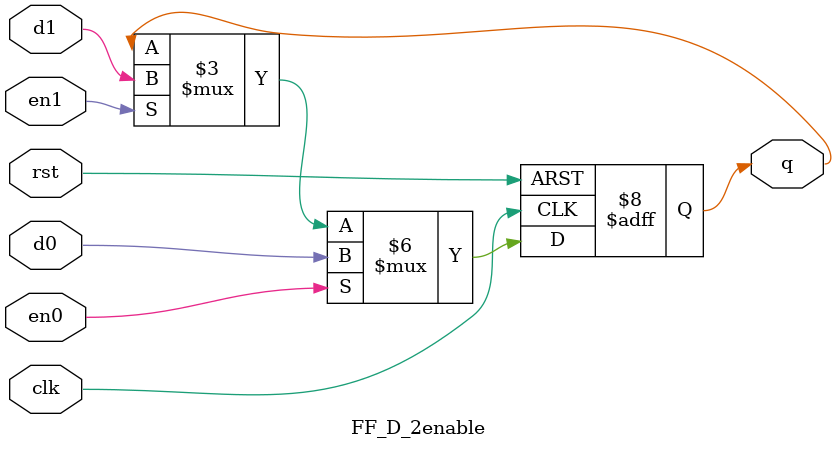
<source format=v>
`timescale 1ns / 1ps
module FF_D_2enable(
    input clk,
    input rst,
    input en0,
	 input en1,
    input d0,
	 input d1,
    output reg q
    );
always @(posedge rst, posedge clk) // asychronous reset
    begin
        if(rst)
            q <= 1'b1;
        else
            if(en0)
                q <= d0;
            else if (en1)
				    q <= d1;
				else
                q <= q;
end
endmodule

</source>
